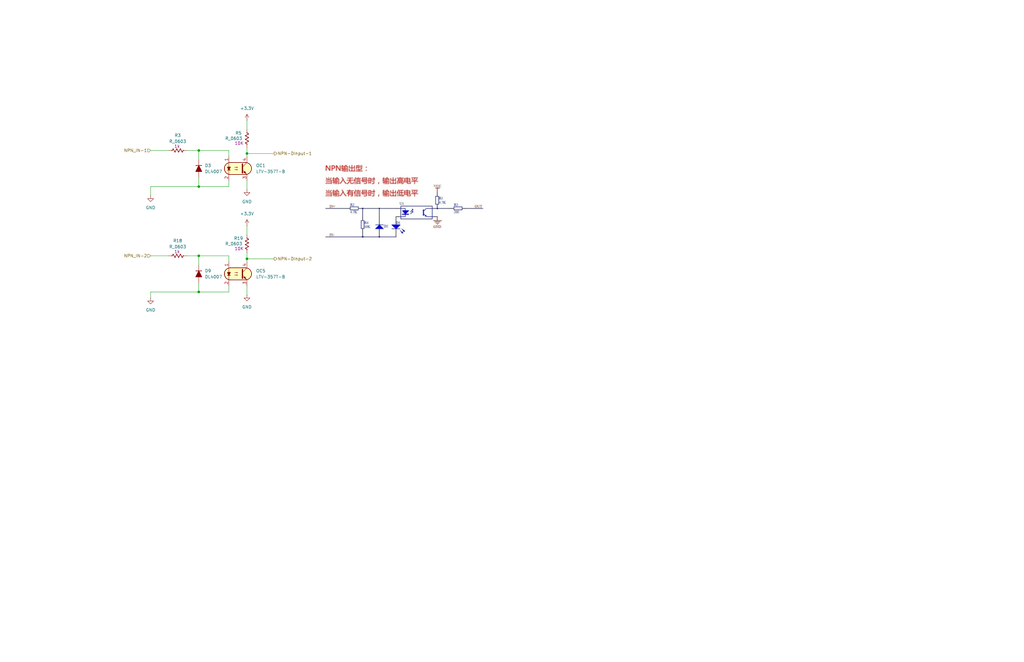
<source format=kicad_sch>
(kicad_sch (version 20250114) (generator "eeschema") (generator_version "9.0")
  (paper "USLedger")
  (lib_symbols
    (symbol "PCM_Diode_AKL:DL4007" (pin_numbers (hide yes)) (pin_names (offset 1.016) (hide yes))
      (property "Reference" "D" (at 0 5.08 0))
      (property "Value" "DL4007" (at 0 2.54 0))
      (symbol "DL4007_0_1"
        (polyline (pts (xy -1.27 1.27) (xy -1.27 -1.27) (xy 1.27 0) (xy -1.27 1.27)) (stroke (width 0.254)) (fill (type outline)))
        (polyline (pts (xy -1.27 0) (xy 1.27 0)))
        (polyline (pts (xy 1.27 1.27) (xy 1.27 -1.27)) (stroke (width 0.254)))
      )
      (symbol "DL4007_0_2"
        (polyline (pts (xy -2.54 -2.54) (xy 2.54 2.54)))
        (polyline (pts (xy -0.889 -0.889) (xy -1.778 0) (xy 0.889 0.889) (xy 0 -1.778) (xy -0.889 -0.889)) (stroke (width 0.254)) (fill (type outline)))
        (polyline (pts (xy 0 1.778) (xy 1.778 0)) (stroke (width 0.254)))
      )
      (symbol "DL4007_1_1"
        (pin passive line (at -3.81 0 0) (length 2.54) (name "A") (number "2"))
        (pin passive line (at 3.81 0 180) (length 2.54) (name "K") (number "1"))
      )
      (symbol "DL4007_1_2"
        (pin passive line (at -2.54 -2.54 0) (length 0) (name "A") (number "2"))
        (pin passive line (at 2.54 2.54 180) (length 0) (name "K") (number "1"))
      )
    )
    (symbol "PCM_Optocoupler_AKL:LTV-357T-B" (pin_names (offset 1.016))
      (property "Reference" "OC" (at 6.35 1.27 0))
      (property "Value" "LTV-357T-B" (at 6.35 -1.27 0))
      (symbol "LTV-357T-B_0_1"
        (polyline (pts (xy -4.445 -0.635) (xy -3.175 -0.635)) (stroke (width 0.254)))
        (polyline (pts (xy -3.81 -0.635) (xy -4.445 0.635) (xy -3.175 0.635) (xy -3.81 -0.635)) (stroke (width 0.254)) (fill (type outline)))
        (polyline (pts (xy -3.81 -2.54) (xy -3.81 -1.27) (xy -3.81 2.54)) (stroke (width 0.1524)))
        (polyline (pts (xy -3.175 2.54) (xy 3.175 2.54)) (stroke (width 0.254)))
        (arc (start -3.1975 -2.54) (mid -5.7151 0) (end -3.1975 2.54) (stroke (width 0.254)))
        (polyline (pts (xy -2.54 2.54) (xy 3.429 2.54) (xy 4.318 2.286) (xy 4.699 2.032) (xy 5.08 1.651) (xy 5.461 1.016) (xy 5.715 0.381) (xy 5.715 -0.381) (xy 5.461 -1.143) (xy 4.826 -1.905) (xy 4.191 -2.286) (xy 3.302 -2.54) (xy -3.81 -2.54) (xy -3.81 -2.54) (xy -4.572 -2.032) (xy -5.08 -1.778) (xy -5.588 -0.508) (xy -5.588 0.254) (xy -5.588 1.016) (xy -5.08 1.778) (xy -4.318 2.286) (xy -3.556 2.54) (xy -2.54 2.54)) (stroke (width 0.01)) (fill (type background)))
        (polyline (pts (xy -1.397 0.508) (xy -0.127 0.508) (xy -0.508 0.381) (xy -0.508 0.635) (xy -0.127 0.508)))
        (polyline (pts (xy -1.397 -0.508) (xy -0.127 -0.508) (xy -0.508 -0.635) (xy -0.508 -0.381) (xy -0.127 -0.508)))
        (polyline (pts (xy 1.905 1.905) (xy 1.905 -1.905) (xy 1.905 -1.905)) (stroke (width 0.508)))
        (polyline (pts (xy 1.905 0.635) (xy 3.81 2.54)))
        (polyline (pts (xy 2.413 -1.651) (xy 2.921 -1.143) (xy 3.429 -2.159) (xy 2.413 -1.651) (xy 2.413 -1.651)) (fill (type outline)))
        (arc (start 3.1975 2.54) (mid 5.7151 0) (end 3.1975 -2.54) (stroke (width 0.254)))
        (polyline (pts (xy 3.175 -2.54) (xy -3.175 -2.54)) (stroke (width 0.254)))
        (polyline (pts (xy 3.81 -2.54) (xy 1.905 -0.635)) (fill (type outline)))
      )
      (symbol "LTV-357T-B_1_1"
        (pin passive line (at -3.81 5.08 270) (length 2.54) (name "~") (number "1"))
        (pin passive line (at -3.81 -5.08 90) (length 2.54) (name "~") (number "2"))
        (pin passive line (at 3.81 5.08 270) (length 2.54) (name "~") (number "4"))
        (pin passive line (at 3.81 -5.08 90) (length 2.54) (name "~") (number "3"))
      )
    )
    (symbol "PCM_Resistor_US_AKL:R_0603" (pin_numbers (hide yes)) (pin_names (offset 0))
      (property "Reference" "R" (at 2.54 1.27 0))
      (property "Value" "R_0603" (at 2.54 -1.27 0))
      (symbol "R_0603_0_1"
        (polyline (pts (xy 0 2.286) (xy 0 2.54)) (stroke (width 0.254)))
        (polyline (pts (xy 0 2.286) (xy 0.762 1.905) (xy -0.762 1.143) (xy 0 0.762) (xy 0.762 0.381) (xy 0 0) (xy -0.762 -0.381) (xy 0 -0.762) (xy 0.762 -1.143) (xy 0 -1.524) (xy -0.762 -1.905) (xy 0 -2.286)) (stroke (width 0.254)))
        (polyline (pts (xy 0 -2.286) (xy 0 -2.54)) (stroke (width 0.254)))
      )
      (symbol "R_0603_0_2"
        (polyline (pts (xy -2.54 -2.54) (xy -1.778 -1.778)))
        (polyline (pts (xy -1.778 -1.778) (xy -1.524 -1.524)) (stroke (width 0.254)))
        (polyline (pts (xy -1.524 -1.524) (xy -1.778 -0.762) (xy -1.016 -1.016)) (stroke (width 0.254)))
        (polyline (pts (xy -0.508 -0.508) (xy -0.762 0.254) (xy 0 0)) (stroke (width 0.254)))
        (polyline (pts (xy -0.508 -0.508) (xy -0.254 -1.27) (xy -1.016 -1.016)) (stroke (width 0.254)))
        (polyline (pts (xy 0.508 0.508) (xy 0.254 1.27) (xy 1.016 1.016)) (stroke (width 0.254)))
        (polyline (pts (xy 0.508 0.508) (xy 0.762 -0.254) (xy 0 0)) (stroke (width 0.254)))
        (polyline (pts (xy 1.524 1.524) (xy 1.778 0.762) (xy 1.016 1.016)) (stroke (width 0.254)))
        (polyline (pts (xy 1.778 1.778) (xy 1.524 1.524)) (stroke (width 0.254)))
        (polyline (pts (xy 1.778 1.778) (xy 2.54 2.54)))
      )
      (symbol "R_0603_1_1"
        (pin passive line (at 0 3.81 270) (length 1.27) (name "~") (number "1"))
        (pin passive line (at 0 -3.81 90) (length 1.27) (name "~") (number "2"))
      )
      (symbol "R_0603_1_2"
        (pin passive line (at -2.54 -2.54 0) (length 0) (name "") (number "2"))
        (pin passive line (at 2.54 2.54 180) (length 0) (name "") (number "1"))
      )
    )
    (symbol "power:+3.3V" (power) (pin_numbers (hide yes)) (pin_names (offset 0) (hide yes))
      (property "Value" "+3.3V" (at 0 3.556 0))
      (symbol "+3.3V_0_1"
        (polyline (pts (xy -0.762 1.27) (xy 0 2.54)))
        (polyline (pts (xy 0 2.54) (xy 0.762 1.27)))
        (polyline (pts (xy 0 0) (xy 0 2.54)))
      )
      (symbol "+3.3V_1_1"
        (pin power_in line (at 0 0 90) (length 0) (name "~") (number "1"))
      )
    )
    (symbol "power:GND" (power) (pin_numbers (hide yes)) (pin_names (offset 0) (hide yes))
      (property "Value" "GND" (at 0 -3.81 0))
      (symbol "GND_0_1"
        (polyline (pts (xy 0 0) (xy 0 -1.27) (xy 1.27 -1.27) (xy 0 -2.54) (xy -1.27 -1.27) (xy 0 -1.27)))
      )
      (symbol "GND_1_1"
        (pin power_in line (at 0 0 270) (length 0) (name "~") (number "1"))
      )
    )
  )
  (junction (at 104.14 109.22))
  (junction (at 83.82 123.19))
  (junction (at 83.82 63.5))
  (junction (at 104.14 64.77))
  (junction (at 83.82 107.95))
  (junction (at 83.82 78.74))
  (wire (pts (xy 63.5 107.95) (xy 71.12 107.95)))
  (wire (pts (xy 83.82 74.93) (xy 83.82 78.74)))
  (wire (pts (xy 96.52 76.2) (xy 96.52 78.74)))
  (wire (pts (xy 104.14 76.2) (xy 104.14 80.01)))
  (wire (pts (xy 83.82 119.38) (xy 83.82 123.19)))
  (wire (pts (xy 96.52 110.49) (xy 96.52 107.95)))
  (wire (pts (xy 104.14 50.8) (xy 104.14 54.61)))
  (wire (pts (xy 83.82 107.95) (xy 96.52 107.95)))
  (wire (pts (xy 104.14 109.22) (xy 104.14 106.68)))
  (wire (pts (xy 83.82 63.5) (xy 83.82 67.31)))
  (wire (pts (xy 104.14 120.65) (xy 104.14 124.46)))
  (wire (pts (xy 78.74 107.95) (xy 83.82 107.95)))
  (wire (pts (xy 83.82 78.74) (xy 96.52 78.74)))
  (wire (pts (xy 83.82 107.95) (xy 83.82 111.76)))
  (wire (pts (xy 63.5 63.5) (xy 71.12 63.5)))
  (wire (pts (xy 104.14 95.25) (xy 104.14 99.06)))
  (wire (pts (xy 104.14 109.22) (xy 115.57 109.22)))
  (wire (pts (xy 83.82 63.5) (xy 96.52 63.5)))
  (wire (pts (xy 104.14 64.77) (xy 115.57 64.77)))
  (wire (pts (xy 63.5 123.19) (xy 83.82 123.19)))
  (wire (pts (xy 63.5 82.55) (xy 63.5 78.74)))
  (wire (pts (xy 104.14 66.04) (xy 104.14 64.77)))
  (wire (pts (xy 78.74 63.5) (xy 83.82 63.5)))
  (wire (pts (xy 104.14 110.49) (xy 104.14 109.22)))
  (wire (pts (xy 96.52 66.04) (xy 96.52 63.5)))
  (wire (pts (xy 83.82 123.19) (xy 96.52 123.19)))
  (wire (pts (xy 63.5 78.74) (xy 83.82 78.74)))
  (wire (pts (xy 104.14 64.77) (xy 104.14 62.23)))
  (wire (pts (xy 63.5 123.19) (xy 63.5 125.73)))
  (wire (pts (xy 96.52 120.65) (xy 96.52 123.19)))
  (image (at 170.18 85.09) (scale 0.384826))
  (hierarchical_label "NPN_IN-1" (shape input) (at 63.5 63.5 180))
  (hierarchical_label "NPN-DInput-2" (shape output) (at 115.57 109.22 0))
  (hierarchical_label "NPN_IN-2" (shape input) (at 63.5 107.95 180))
  (hierarchical_label "NPN-DInput-1" (shape output) (at 115.57 64.77 0))
  (symbol (lib_id "PCM_Resistor_US_AKL:R_0603") (at 104.14 58.42 180) (unit 1)
    (property "Reference" "R5" (at 100.584 56.134 0))
    (property "Value" "R_0603" (at 98.552 58.42 0))
    (property "Footprint" "PCM_Resistor_SMD_AKL:R_0603_1608Metric" (effects (hide yes)))
    (property "Description" "SMD 0603 Chip Resistor, US Symbol, Alternate KiCad Library" (effects (hide yes)))
    (property "Capacidad " "10K" (at 100.838 60.452 0))
  )
  (symbol (lib_id "PCM_Resistor_US_AKL:R_0603") (at 104.14 102.87 180) (unit 1)
    (property "Reference" "R19" (at 100.584 100.584 0))
    (property "Value" "R_0603" (at 98.552 102.87 0))
    (property "Footprint" "PCM_Resistor_SMD_AKL:R_0603_1608Metric" (effects (hide yes)))
    (property "Description" "SMD 0603 Chip Resistor, US Symbol, Alternate KiCad Library" (effects (hide yes)))
    (property "Capacidad " "10K" (at 100.838 104.902 0))
  )
  (symbol (lib_id "PCM_Diode_AKL:DL4007") (at 83.82 115.57 90) (unit 1)
    (property "Reference" "D9" (at 86.36 114.2999 90) (effects (justify right)))
    (property "Value" "DL4007" (at 86.36 116.8399 90) (effects (justify right)))
    (property "Footprint" "PCM_Diode_SMD_AKL:D_MELF" (effects (hide yes)))
    (property "Datasheet" "https://www.diodes.com/assets/Datasheets/products_inactive_data/ds16001.pdf" (effects (hide yes)))
    (property "Description" "MELF Diode, Rectifier, 1000V, 1A, Alternate KiCad Library" (effects (hide yes)))
  )
  (symbol (lib_id "PCM_Resistor_US_AKL:R_0603") (at 74.93 63.5 90) (unit 1)
    (property "Reference" "R3" (at 74.93 57.15 90))
    (property "Value" "R_0603" (at 74.93 59.69 90))
    (property "Footprint" "PCM_Resistor_SMD_AKL:R_0603_1608Metric" (effects (hide yes)))
    (property "Description" "SMD 0603 Chip Resistor, US Symbol, Alternate KiCad Library" (effects (hide yes)))
    (property "Capacidad " "1k" (at 74.676 61.722 90))
  )
  (symbol (lib_id "PCM_Resistor_US_AKL:R_0603") (at 74.93 107.95 90) (unit 1)
    (property "Reference" "R18" (at 74.93 101.6 90))
    (property "Value" "R_0603" (at 74.93 104.14 90))
    (property "Footprint" "PCM_Resistor_SMD_AKL:R_0603_1608Metric" (effects (hide yes)))
    (property "Description" "SMD 0603 Chip Resistor, US Symbol, Alternate KiCad Library" (effects (hide yes)))
    (property "Capacidad " "1k" (at 74.676 106.172 90))
  )
  (symbol (lib_id "power:GND") (at 63.5 125.73 0) (unit 1)
    (property "Reference" "#PWR043" (effects (hide yes)))
    (property "Value" "GND" (at 63.5 130.81 0))
    (property "Description" "Power symbol creates a global label with name \"GND\" , ground" (effects (hide yes)))
  )
  (symbol (lib_id "PCM_Optocoupler_AKL:LTV-357T-B") (at 100.33 71.12 0) (unit 1)
    (property "Reference" "OC1" (at 107.95 69.8499 0) (effects (justify left)))
    (property "Value" "LTV-357T-B" (at 107.95 72.3899 0) (effects (justify left)))
    (property "Footprint" "PCM_Package_SO_AKL:SO-4_4.4x3.9mm_P2.54mm" (effects (hide yes)))
    (property "Datasheet" "https://www.tme.eu/Document/4ccb1404604244f2e07aa15af3469fcc/LTV-357T.pdf" (effects (hide yes)))
    (property "Description" "SO-4 Optocoupler, Transistor output, 3.75kV, 18us, Alternate KiCAD Library" (effects (hide yes)))
  )
  (symbol (lib_id "PCM_Optocoupler_AKL:LTV-357T-B") (at 100.33 115.57 0) (unit 1)
    (property "Reference" "OC5" (at 107.95 114.2999 0) (effects (justify left)))
    (property "Value" "LTV-357T-B" (at 107.95 116.8399 0) (effects (justify left)))
    (property "Footprint" "PCM_Package_SO_AKL:SO-4_4.4x3.9mm_P2.54mm" (effects (hide yes)))
    (property "Datasheet" "https://www.tme.eu/Document/4ccb1404604244f2e07aa15af3469fcc/LTV-357T.pdf" (effects (hide yes)))
    (property "Description" "SO-4 Optocoupler, Transistor output, 3.75kV, 18us, Alternate KiCAD Library" (effects (hide yes)))
  )
  (symbol (lib_id "power:GND") (at 104.14 124.46 0) (unit 1)
    (property "Reference" "#PWR042" (effects (hide yes)))
    (property "Value" "GND" (at 104.14 129.54 0))
    (property "Description" "Power symbol creates a global label with name \"GND\" , ground" (effects (hide yes)))
  )
  (symbol (lib_id "PCM_Diode_AKL:DL4007") (at 83.82 71.12 90) (unit 1)
    (property "Reference" "D3" (at 86.36 69.8499 90) (effects (justify right)))
    (property "Value" "DL4007" (at 86.36 72.3899 90) (effects (justify right)))
    (property "Footprint" "PCM_Diode_SMD_AKL:D_MELF" (effects (hide yes)))
    (property "Datasheet" "https://www.diodes.com/assets/Datasheets/products_inactive_data/ds16001.pdf" (effects (hide yes)))
    (property "Description" "MELF Diode, Rectifier, 1000V, 1A, Alternate KiCad Library" (effects (hide yes)))
  )
  (symbol (lib_id "power:+3.3V") (at 104.14 95.25 0) (unit 1)
    (property "Reference" "#PWR041" (effects (hide yes)))
    (property "Value" "+3.3V" (at 104.14 90.17 0))
    (property "Description" "Power symbol creates a global label with name \"+3.3V\"" (effects (hide yes)))
  )
  (symbol (lib_id "power:GND") (at 63.5 82.55 0) (unit 1)
    (property "Reference" "#PWR044" (effects (hide yes)))
    (property "Value" "GND" (at 63.5 87.63 0))
    (property "Description" "Power symbol creates a global label with name \"GND\" , ground" (effects (hide yes)))
  )
  (symbol (lib_id "power:GND") (at 104.14 80.01 0) (unit 1)
    (property "Reference" "#PWR025" (effects (hide yes)))
    (property "Value" "GND" (at 104.14 85.09 0))
    (property "Description" "Power symbol creates a global label with name \"GND\" , ground" (effects (hide yes)))
  )
  (symbol (lib_id "power:+3.3V") (at 104.14 50.8 0) (unit 1)
    (property "Reference" "#PWR024" (effects (hide yes)))
    (property "Value" "+3.3V" (at 104.14 45.72 0))
    (property "Description" "Power symbol creates a global label with name \"+3.3V\"" (effects (hide yes)))
  )
)
</source>
